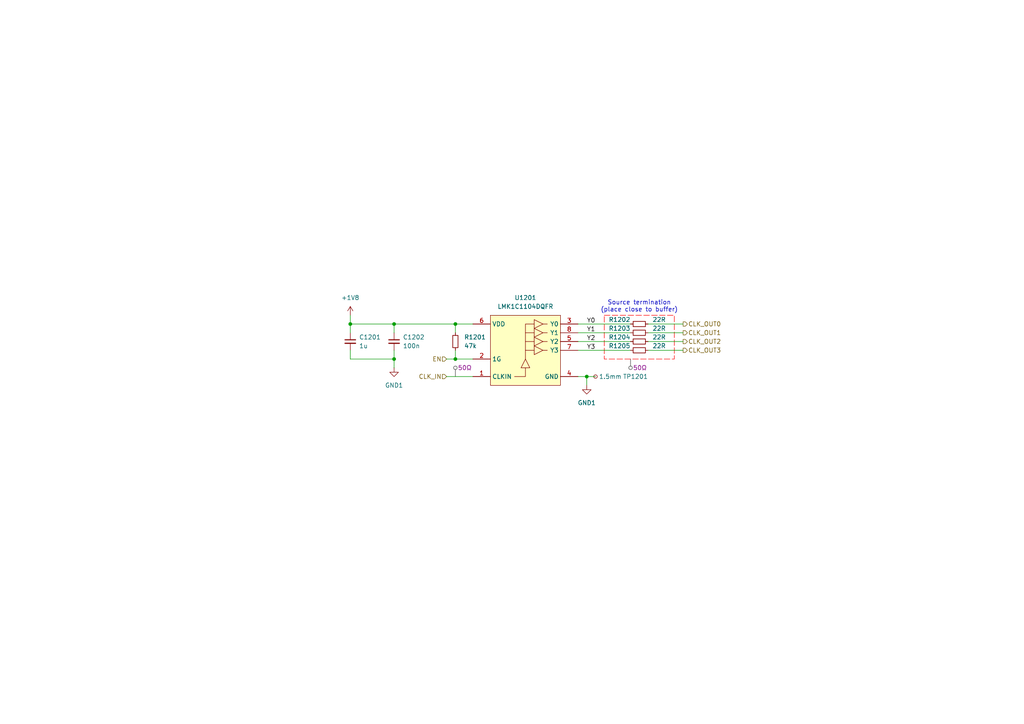
<source format=kicad_sch>
(kicad_sch
	(version 20250114)
	(generator "eeschema")
	(generator_version "9.0")
	(uuid "5c0d76ea-b8c5-46d9-b1c5-59d89f580f1a")
	(paper "A4")
	(title_block
		(title "Clock Buffer")
		(date "2025-06-30")
		(comment 4 "Receives a 25MHz clock from the switch and distributes it to the 3 1000BASE-T1 PHYs.")
	)
	(lib_symbols
		(symbol "CLK-BUF:LMK1C1104DQFR"
			(exclude_from_sim no)
			(in_bom yes)
			(on_board yes)
			(property "Reference" "U"
				(at 0 5.08 0)
				(effects
					(font
						(size 1.27 1.27)
					)
				)
			)
			(property "Value" "LMK1C1104DQFR"
				(at 0 2.54 0)
				(effects
					(font
						(size 1.27 1.27)
					)
				)
			)
			(property "Footprint" "project_footprints:SON50P200X200X80-8N"
				(at 24.13 -94.92 0)
				(effects
					(font
						(size 1.27 1.27)
					)
					(justify left top)
					(hide yes)
				)
			)
			(property "Datasheet" "https://www.ti.com/lit/ds/symlink/lmk1c1104.pdf?ts=1625794058723&ref_url=https%253A%252F%252Fwww.ti.com%252Fproduct%252FLMK1C1104"
				(at 24.13 -194.92 0)
				(effects
					(font
						(size 1.27 1.27)
					)
					(justify left top)
					(hide yes)
				)
			)
			(property "Description" "Clock Buffer 4-channel output LVC MOS 1.8-V buffer"
				(at 0 -22.86 0)
				(effects
					(font
						(size 1.27 1.27)
					)
					(hide yes)
				)
			)
			(property "Height" "0.8"
				(at 24.13 -394.92 0)
				(effects
					(font
						(size 1.27 1.27)
					)
					(justify left top)
					(hide yes)
				)
			)
			(property "Mouser Part Number" "595-LMK1C1104DQFR"
				(at 24.13 -494.92 0)
				(effects
					(font
						(size 1.27 1.27)
					)
					(justify left top)
					(hide yes)
				)
			)
			(property "Mouser Price/Stock" "https://www.mouser.co.uk/ProductDetail/Texas-Instruments/LMK1C1104DQFR?qs=QNEnbhJQKvYdwt0bSAj%252Blw%3D%3D"
				(at 24.13 -594.92 0)
				(effects
					(font
						(size 1.27 1.27)
					)
					(justify left top)
					(hide yes)
				)
			)
			(property "Manufacturer_Name" "Texas Instruments"
				(at 24.13 -694.92 0)
				(effects
					(font
						(size 1.27 1.27)
					)
					(justify left top)
					(hide yes)
				)
			)
			(property "Manufacturer_Part_Number" "LMK1C1104DQFR"
				(at 24.13 -794.92 0)
				(effects
					(font
						(size 1.27 1.27)
					)
					(justify left top)
					(hide yes)
				)
			)
			(symbol "LMK1C1104DQFR_1_1"
				(rectangle
					(start -10.16 0)
					(end 10.16 -20.32)
					(stroke
						(width 0)
						(type solid)
					)
					(fill
						(type background)
					)
				)
				(polyline
					(pts
						(xy -3.175 -17.78) (xy 0 -17.78) (xy 0 -15.24)
					)
					(stroke
						(width 0)
						(type default)
					)
					(fill
						(type none)
					)
				)
				(polyline
					(pts
						(xy -1.27 -15.24) (xy 0 -12.7) (xy 1.27 -15.24) (xy -1.27 -15.24)
					)
					(stroke
						(width 0)
						(type default)
					)
					(fill
						(type none)
					)
				)
				(polyline
					(pts
						(xy 0 -12.7) (xy 0 -2.54) (xy 2.54 -2.54)
					)
					(stroke
						(width 0)
						(type default)
					)
					(fill
						(type none)
					)
				)
				(polyline
					(pts
						(xy 2.54 -1.27) (xy 5.08 -2.54) (xy 2.54 -3.81) (xy 2.54 -1.27)
					)
					(stroke
						(width 0)
						(type default)
					)
					(fill
						(type none)
					)
				)
				(polyline
					(pts
						(xy 2.54 -3.81) (xy 5.08 -5.08) (xy 2.54 -6.35) (xy 2.54 -3.81)
					)
					(stroke
						(width 0)
						(type default)
					)
					(fill
						(type none)
					)
				)
				(polyline
					(pts
						(xy 2.54 -5.08) (xy 0 -5.08)
					)
					(stroke
						(width 0)
						(type default)
					)
					(fill
						(type none)
					)
				)
				(polyline
					(pts
						(xy 2.54 -6.35) (xy 5.08 -7.62) (xy 2.54 -8.89) (xy 2.54 -6.35)
					)
					(stroke
						(width 0)
						(type default)
					)
					(fill
						(type none)
					)
				)
				(polyline
					(pts
						(xy 2.54 -7.62) (xy 0 -7.62)
					)
					(stroke
						(width 0)
						(type default)
					)
					(fill
						(type none)
					)
				)
				(polyline
					(pts
						(xy 2.54 -8.89) (xy 5.08 -10.16) (xy 2.54 -11.43) (xy 2.54 -8.89)
					)
					(stroke
						(width 0)
						(type default)
					)
					(fill
						(type none)
					)
				)
				(polyline
					(pts
						(xy 2.54 -10.16) (xy 0 -10.16)
					)
					(stroke
						(width 0)
						(type default)
					)
					(fill
						(type none)
					)
				)
				(polyline
					(pts
						(xy 5.08 -2.54) (xy 6.35 -2.54)
					)
					(stroke
						(width 0)
						(type default)
					)
					(fill
						(type none)
					)
				)
				(polyline
					(pts
						(xy 5.08 -7.62) (xy 6.35 -7.62)
					)
					(stroke
						(width 0)
						(type default)
					)
					(fill
						(type none)
					)
				)
				(polyline
					(pts
						(xy 5.08 -10.16) (xy 6.35 -10.16)
					)
					(stroke
						(width 0)
						(type default)
					)
					(fill
						(type none)
					)
				)
				(polyline
					(pts
						(xy 6.35 -5.08) (xy 5.08 -5.08)
					)
					(stroke
						(width 0)
						(type default)
					)
					(fill
						(type none)
					)
				)
				(pin power_in line
					(at -15.24 -2.54 0)
					(length 5.08)
					(name "VDD"
						(effects
							(font
								(size 1.27 1.27)
							)
						)
					)
					(number "6"
						(effects
							(font
								(size 1.27 1.27)
							)
						)
					)
				)
				(pin input line
					(at -15.24 -12.7 0)
					(length 5.08)
					(name "1G"
						(effects
							(font
								(size 1.27 1.27)
							)
						)
					)
					(number "2"
						(effects
							(font
								(size 1.27 1.27)
							)
						)
					)
				)
				(pin input line
					(at -15.24 -17.78 0)
					(length 5.08)
					(name "CLKIN"
						(effects
							(font
								(size 1.27 1.27)
							)
						)
					)
					(number "1"
						(effects
							(font
								(size 1.27 1.27)
							)
						)
					)
				)
				(pin output line
					(at 15.24 -2.54 180)
					(length 5.08)
					(name "Y0"
						(effects
							(font
								(size 1.27 1.27)
							)
						)
					)
					(number "3"
						(effects
							(font
								(size 1.27 1.27)
							)
						)
					)
				)
				(pin output line
					(at 15.24 -5.08 180)
					(length 5.08)
					(name "Y1"
						(effects
							(font
								(size 1.27 1.27)
							)
						)
					)
					(number "8"
						(effects
							(font
								(size 1.27 1.27)
							)
						)
					)
				)
				(pin output line
					(at 15.24 -7.62 180)
					(length 5.08)
					(name "Y2"
						(effects
							(font
								(size 1.27 1.27)
							)
						)
					)
					(number "5"
						(effects
							(font
								(size 1.27 1.27)
							)
						)
					)
				)
				(pin output line
					(at 15.24 -10.16 180)
					(length 5.08)
					(name "Y3"
						(effects
							(font
								(size 1.27 1.27)
							)
						)
					)
					(number "7"
						(effects
							(font
								(size 1.27 1.27)
							)
						)
					)
				)
				(pin passive line
					(at 15.24 -17.78 180)
					(length 5.08)
					(name "GND"
						(effects
							(font
								(size 1.27 1.27)
							)
						)
					)
					(number "4"
						(effects
							(font
								(size 1.27 1.27)
							)
						)
					)
				)
			)
			(embedded_fonts no)
		)
		(symbol "Connector:TestPoint_Small"
			(pin_numbers
				(hide yes)
			)
			(pin_names
				(offset 0.762)
				(hide yes)
			)
			(exclude_from_sim no)
			(in_bom yes)
			(on_board yes)
			(property "Reference" "TP"
				(at 0 3.81 0)
				(effects
					(font
						(size 1.27 1.27)
					)
				)
			)
			(property "Value" "TestPoint_Small"
				(at 0 2.032 0)
				(effects
					(font
						(size 1.27 1.27)
					)
				)
			)
			(property "Footprint" ""
				(at 5.08 0 0)
				(effects
					(font
						(size 1.27 1.27)
					)
					(hide yes)
				)
			)
			(property "Datasheet" "~"
				(at 5.08 0 0)
				(effects
					(font
						(size 1.27 1.27)
					)
					(hide yes)
				)
			)
			(property "Description" "test point"
				(at 0 0 0)
				(effects
					(font
						(size 1.27 1.27)
					)
					(hide yes)
				)
			)
			(property "ki_keywords" "test point tp"
				(at 0 0 0)
				(effects
					(font
						(size 1.27 1.27)
					)
					(hide yes)
				)
			)
			(property "ki_fp_filters" "Pin* Test*"
				(at 0 0 0)
				(effects
					(font
						(size 1.27 1.27)
					)
					(hide yes)
				)
			)
			(symbol "TestPoint_Small_0_1"
				(circle
					(center 0 0)
					(radius 0.508)
					(stroke
						(width 0)
						(type default)
					)
					(fill
						(type none)
					)
				)
			)
			(symbol "TestPoint_Small_1_1"
				(pin passive line
					(at 0 0 90)
					(length 0)
					(name "1"
						(effects
							(font
								(size 1.27 1.27)
							)
						)
					)
					(number "1"
						(effects
							(font
								(size 1.27 1.27)
							)
						)
					)
				)
			)
			(embedded_fonts no)
		)
		(symbol "Device:C_Small"
			(pin_numbers
				(hide yes)
			)
			(pin_names
				(offset 0.254)
				(hide yes)
			)
			(exclude_from_sim no)
			(in_bom yes)
			(on_board yes)
			(property "Reference" "C"
				(at 0.254 1.778 0)
				(effects
					(font
						(size 1.27 1.27)
					)
					(justify left)
				)
			)
			(property "Value" "C_Small"
				(at 0.254 -2.032 0)
				(effects
					(font
						(size 1.27 1.27)
					)
					(justify left)
				)
			)
			(property "Footprint" ""
				(at 0 0 0)
				(effects
					(font
						(size 1.27 1.27)
					)
					(hide yes)
				)
			)
			(property "Datasheet" "~"
				(at 0 0 0)
				(effects
					(font
						(size 1.27 1.27)
					)
					(hide yes)
				)
			)
			(property "Description" "Unpolarized capacitor, small symbol"
				(at 0 0 0)
				(effects
					(font
						(size 1.27 1.27)
					)
					(hide yes)
				)
			)
			(property "ki_keywords" "capacitor cap"
				(at 0 0 0)
				(effects
					(font
						(size 1.27 1.27)
					)
					(hide yes)
				)
			)
			(property "ki_fp_filters" "C_*"
				(at 0 0 0)
				(effects
					(font
						(size 1.27 1.27)
					)
					(hide yes)
				)
			)
			(symbol "C_Small_0_1"
				(polyline
					(pts
						(xy -1.524 0.508) (xy 1.524 0.508)
					)
					(stroke
						(width 0.3048)
						(type default)
					)
					(fill
						(type none)
					)
				)
				(polyline
					(pts
						(xy -1.524 -0.508) (xy 1.524 -0.508)
					)
					(stroke
						(width 0.3302)
						(type default)
					)
					(fill
						(type none)
					)
				)
			)
			(symbol "C_Small_1_1"
				(pin passive line
					(at 0 2.54 270)
					(length 2.032)
					(name "~"
						(effects
							(font
								(size 1.27 1.27)
							)
						)
					)
					(number "1"
						(effects
							(font
								(size 1.27 1.27)
							)
						)
					)
				)
				(pin passive line
					(at 0 -2.54 90)
					(length 2.032)
					(name "~"
						(effects
							(font
								(size 1.27 1.27)
							)
						)
					)
					(number "2"
						(effects
							(font
								(size 1.27 1.27)
							)
						)
					)
				)
			)
			(embedded_fonts no)
		)
		(symbol "Device:R_Small"
			(pin_numbers
				(hide yes)
			)
			(pin_names
				(offset 0.254)
				(hide yes)
			)
			(exclude_from_sim no)
			(in_bom yes)
			(on_board yes)
			(property "Reference" "R"
				(at 0 0 90)
				(effects
					(font
						(size 1.016 1.016)
					)
				)
			)
			(property "Value" "R_Small"
				(at 1.778 0 90)
				(effects
					(font
						(size 1.27 1.27)
					)
				)
			)
			(property "Footprint" ""
				(at 0 0 0)
				(effects
					(font
						(size 1.27 1.27)
					)
					(hide yes)
				)
			)
			(property "Datasheet" "~"
				(at 0 0 0)
				(effects
					(font
						(size 1.27 1.27)
					)
					(hide yes)
				)
			)
			(property "Description" "Resistor, small symbol"
				(at 0 0 0)
				(effects
					(font
						(size 1.27 1.27)
					)
					(hide yes)
				)
			)
			(property "ki_keywords" "R resistor"
				(at 0 0 0)
				(effects
					(font
						(size 1.27 1.27)
					)
					(hide yes)
				)
			)
			(property "ki_fp_filters" "R_*"
				(at 0 0 0)
				(effects
					(font
						(size 1.27 1.27)
					)
					(hide yes)
				)
			)
			(symbol "R_Small_0_1"
				(rectangle
					(start -0.762 1.778)
					(end 0.762 -1.778)
					(stroke
						(width 0.2032)
						(type default)
					)
					(fill
						(type none)
					)
				)
			)
			(symbol "R_Small_1_1"
				(pin passive line
					(at 0 2.54 270)
					(length 0.762)
					(name "~"
						(effects
							(font
								(size 1.27 1.27)
							)
						)
					)
					(number "1"
						(effects
							(font
								(size 1.27 1.27)
							)
						)
					)
				)
				(pin passive line
					(at 0 -2.54 90)
					(length 0.762)
					(name "~"
						(effects
							(font
								(size 1.27 1.27)
							)
						)
					)
					(number "2"
						(effects
							(font
								(size 1.27 1.27)
							)
						)
					)
				)
			)
			(embedded_fonts no)
		)
		(symbol "power:+1V8"
			(power)
			(pin_numbers
				(hide yes)
			)
			(pin_names
				(offset 0)
				(hide yes)
			)
			(exclude_from_sim no)
			(in_bom yes)
			(on_board yes)
			(property "Reference" "#PWR"
				(at 0 -3.81 0)
				(effects
					(font
						(size 1.27 1.27)
					)
					(hide yes)
				)
			)
			(property "Value" "+1V8"
				(at 0 3.556 0)
				(effects
					(font
						(size 1.27 1.27)
					)
				)
			)
			(property "Footprint" ""
				(at 0 0 0)
				(effects
					(font
						(size 1.27 1.27)
					)
					(hide yes)
				)
			)
			(property "Datasheet" ""
				(at 0 0 0)
				(effects
					(font
						(size 1.27 1.27)
					)
					(hide yes)
				)
			)
			(property "Description" "Power symbol creates a global label with name \"+1V8\""
				(at 0 0 0)
				(effects
					(font
						(size 1.27 1.27)
					)
					(hide yes)
				)
			)
			(property "ki_keywords" "global power"
				(at 0 0 0)
				(effects
					(font
						(size 1.27 1.27)
					)
					(hide yes)
				)
			)
			(symbol "+1V8_0_1"
				(polyline
					(pts
						(xy -0.762 1.27) (xy 0 2.54)
					)
					(stroke
						(width 0)
						(type default)
					)
					(fill
						(type none)
					)
				)
				(polyline
					(pts
						(xy 0 2.54) (xy 0.762 1.27)
					)
					(stroke
						(width 0)
						(type default)
					)
					(fill
						(type none)
					)
				)
				(polyline
					(pts
						(xy 0 0) (xy 0 2.54)
					)
					(stroke
						(width 0)
						(type default)
					)
					(fill
						(type none)
					)
				)
			)
			(symbol "+1V8_1_1"
				(pin power_in line
					(at 0 0 90)
					(length 0)
					(name "~"
						(effects
							(font
								(size 1.27 1.27)
							)
						)
					)
					(number "1"
						(effects
							(font
								(size 1.27 1.27)
							)
						)
					)
				)
			)
			(embedded_fonts no)
		)
		(symbol "power:GND1"
			(power)
			(pin_numbers
				(hide yes)
			)
			(pin_names
				(offset 0)
				(hide yes)
			)
			(exclude_from_sim no)
			(in_bom yes)
			(on_board yes)
			(property "Reference" "#PWR"
				(at 0 -6.35 0)
				(effects
					(font
						(size 1.27 1.27)
					)
					(hide yes)
				)
			)
			(property "Value" "GND1"
				(at 0 -3.81 0)
				(effects
					(font
						(size 1.27 1.27)
					)
				)
			)
			(property "Footprint" ""
				(at 0 0 0)
				(effects
					(font
						(size 1.27 1.27)
					)
					(hide yes)
				)
			)
			(property "Datasheet" ""
				(at 0 0 0)
				(effects
					(font
						(size 1.27 1.27)
					)
					(hide yes)
				)
			)
			(property "Description" "Power symbol creates a global label with name \"GND1\" , ground"
				(at 0 0 0)
				(effects
					(font
						(size 1.27 1.27)
					)
					(hide yes)
				)
			)
			(property "ki_keywords" "global power"
				(at 0 0 0)
				(effects
					(font
						(size 1.27 1.27)
					)
					(hide yes)
				)
			)
			(symbol "GND1_0_1"
				(polyline
					(pts
						(xy 0 0) (xy 0 -1.27) (xy 1.27 -1.27) (xy 0 -2.54) (xy -1.27 -1.27) (xy 0 -1.27)
					)
					(stroke
						(width 0)
						(type default)
					)
					(fill
						(type none)
					)
				)
			)
			(symbol "GND1_1_1"
				(pin power_in line
					(at 0 0 270)
					(length 0)
					(name "~"
						(effects
							(font
								(size 1.27 1.27)
							)
						)
					)
					(number "1"
						(effects
							(font
								(size 1.27 1.27)
							)
						)
					)
				)
			)
			(embedded_fonts no)
		)
	)
	(text "Source termination\n(place close to buffer)"
		(exclude_from_sim no)
		(at 185.42 88.9 0)
		(effects
			(font
				(size 1.27 1.27)
			)
		)
		(uuid "2f8a18a1-4e92-4e4c-8806-847eca18081a")
	)
	(junction
		(at 132.08 104.14)
		(diameter 0)
		(color 0 0 0 0)
		(uuid "3a82ee20-f676-4d69-9fc0-e06954e40a53")
	)
	(junction
		(at 114.3 93.98)
		(diameter 0)
		(color 0 0 0 0)
		(uuid "45862594-3bd0-4130-b3fb-f13e82070255")
	)
	(junction
		(at 101.6 93.98)
		(diameter 0)
		(color 0 0 0 0)
		(uuid "4a0afb8a-d043-4fe3-b8ff-8fb750c9044e")
	)
	(junction
		(at 170.18 109.22)
		(diameter 0)
		(color 0 0 0 0)
		(uuid "54c2e460-a67d-4d35-956d-c1ad8fd6b354")
	)
	(junction
		(at 114.3 104.14)
		(diameter 0)
		(color 0 0 0 0)
		(uuid "d5259209-0243-43ff-9361-3ca05d738973")
	)
	(junction
		(at 132.08 93.98)
		(diameter 0)
		(color 0 0 0 0)
		(uuid "e2c87f0a-ad0a-48a6-b368-9ea29b90f8ff")
	)
	(wire
		(pts
			(xy 187.96 99.06) (xy 198.12 99.06)
		)
		(stroke
			(width 0)
			(type default)
		)
		(uuid "0d55f7a9-67bd-4999-af68-5a09ef74d25d")
	)
	(wire
		(pts
			(xy 167.64 99.06) (xy 182.88 99.06)
		)
		(stroke
			(width 0)
			(type default)
		)
		(uuid "109b1f92-d6ae-43ff-8e51-7a0d77327769")
	)
	(wire
		(pts
			(xy 129.54 109.22) (xy 137.16 109.22)
		)
		(stroke
			(width 0)
			(type default)
		)
		(uuid "1174c4dd-e443-4be9-b478-43e18b744e5b")
	)
	(wire
		(pts
			(xy 132.08 96.52) (xy 132.08 93.98)
		)
		(stroke
			(width 0)
			(type default)
		)
		(uuid "2982e4e0-e0ad-48de-a8bf-8234252e86a2")
	)
	(wire
		(pts
			(xy 101.6 104.14) (xy 101.6 101.6)
		)
		(stroke
			(width 0)
			(type default)
		)
		(uuid "320b4381-616a-4397-adc3-41c79cc4d4b6")
	)
	(wire
		(pts
			(xy 187.96 96.52) (xy 198.12 96.52)
		)
		(stroke
			(width 0)
			(type default)
		)
		(uuid "39a21e57-5103-4e3f-8d12-99e22e1420fc")
	)
	(wire
		(pts
			(xy 132.08 101.6) (xy 132.08 104.14)
		)
		(stroke
			(width 0)
			(type default)
		)
		(uuid "3c2d11d0-f265-4422-aedf-b58caab30dbd")
	)
	(wire
		(pts
			(xy 101.6 93.98) (xy 114.3 93.98)
		)
		(stroke
			(width 0)
			(type default)
		)
		(uuid "4cbb25e7-e47d-4415-b4d2-1bf1bd29dc2c")
	)
	(wire
		(pts
			(xy 114.3 96.52) (xy 114.3 93.98)
		)
		(stroke
			(width 0)
			(type default)
		)
		(uuid "569cfd42-aec2-4a87-806b-151dc1a0e366")
	)
	(wire
		(pts
			(xy 114.3 104.14) (xy 114.3 106.68)
		)
		(stroke
			(width 0)
			(type default)
		)
		(uuid "63c985d8-7036-4f1b-9a81-077fe2d784e4")
	)
	(wire
		(pts
			(xy 167.64 93.98) (xy 182.88 93.98)
		)
		(stroke
			(width 0)
			(type default)
		)
		(uuid "6e00a916-f824-4c89-85c4-7af5e9e9e8c6")
	)
	(wire
		(pts
			(xy 167.64 96.52) (xy 182.88 96.52)
		)
		(stroke
			(width 0)
			(type default)
		)
		(uuid "7ef598c2-8a1c-4f2a-8649-c656f86e1780")
	)
	(wire
		(pts
			(xy 170.18 109.22) (xy 170.18 111.76)
		)
		(stroke
			(width 0)
			(type default)
		)
		(uuid "8423e8d7-e947-4116-afce-142e091113a6")
	)
	(wire
		(pts
			(xy 167.64 109.22) (xy 170.18 109.22)
		)
		(stroke
			(width 0)
			(type default)
		)
		(uuid "91c9a54c-dff4-4497-ac8d-f1a5a74e711d")
	)
	(wire
		(pts
			(xy 101.6 91.44) (xy 101.6 93.98)
		)
		(stroke
			(width 0)
			(type default)
		)
		(uuid "9c05c8e5-c575-4fc8-a080-91fabc72d43e")
	)
	(wire
		(pts
			(xy 187.96 101.6) (xy 198.12 101.6)
		)
		(stroke
			(width 0)
			(type default)
		)
		(uuid "9f8bec7c-557f-442c-9c37-156e02d16a9f")
	)
	(wire
		(pts
			(xy 101.6 104.14) (xy 114.3 104.14)
		)
		(stroke
			(width 0)
			(type default)
		)
		(uuid "a0856cbc-bdfa-4019-b186-c4a8642c2e1c")
	)
	(wire
		(pts
			(xy 129.54 104.14) (xy 132.08 104.14)
		)
		(stroke
			(width 0)
			(type default)
		)
		(uuid "a2f1f4f0-21c3-44c9-ab1b-1a8be3ab2325")
	)
	(wire
		(pts
			(xy 187.96 93.98) (xy 198.12 93.98)
		)
		(stroke
			(width 0)
			(type default)
		)
		(uuid "bb1ac102-acc9-4353-908d-00c1494c4a71")
	)
	(wire
		(pts
			(xy 132.08 93.98) (xy 137.16 93.98)
		)
		(stroke
			(width 0)
			(type default)
		)
		(uuid "bf888336-959a-4262-8bb0-3b3fe6b3102e")
	)
	(wire
		(pts
			(xy 170.18 109.22) (xy 172.72 109.22)
		)
		(stroke
			(width 0)
			(type default)
		)
		(uuid "c0798a19-45c9-4fd5-89e8-67f518c884bb")
	)
	(wire
		(pts
			(xy 132.08 104.14) (xy 137.16 104.14)
		)
		(stroke
			(width 0)
			(type default)
		)
		(uuid "c2733101-591e-4453-8728-26adb8d045e0")
	)
	(wire
		(pts
			(xy 167.64 101.6) (xy 182.88 101.6)
		)
		(stroke
			(width 0)
			(type default)
		)
		(uuid "d6124e17-8271-4a7c-883c-0241fb3bb615")
	)
	(wire
		(pts
			(xy 101.6 96.52) (xy 101.6 93.98)
		)
		(stroke
			(width 0)
			(type default)
		)
		(uuid "eb14e00e-8a10-41b4-b00c-b1b7204808a1")
	)
	(wire
		(pts
			(xy 114.3 93.98) (xy 132.08 93.98)
		)
		(stroke
			(width 0)
			(type default)
		)
		(uuid "f27b6270-3ac5-4587-96e7-b61cdec18270")
	)
	(wire
		(pts
			(xy 114.3 104.14) (xy 114.3 101.6)
		)
		(stroke
			(width 0)
			(type default)
		)
		(uuid "fb294ef2-4d10-48b8-8667-6b2d473fa471")
	)
	(label "Y1"
		(at 170.18 96.52 0)
		(effects
			(font
				(size 1.27 1.27)
			)
			(justify left bottom)
		)
		(uuid "3d44ddc4-b8d0-48ee-876f-8649b64c230e")
	)
	(label "Y2"
		(at 170.18 99.06 0)
		(effects
			(font
				(size 1.27 1.27)
			)
			(justify left bottom)
		)
		(uuid "65b59bf0-8353-4217-8586-b2f1d052fdf1")
	)
	(label "Y3"
		(at 170.18 101.6 0)
		(effects
			(font
				(size 1.27 1.27)
			)
			(justify left bottom)
		)
		(uuid "a75cc509-456a-4881-9df7-85d021a7c0f0")
	)
	(label "Y0"
		(at 170.18 93.98 0)
		(effects
			(font
				(size 1.27 1.27)
			)
			(justify left bottom)
		)
		(uuid "d376b87e-512d-4504-b3ee-bc3f0cb25ddc")
	)
	(hierarchical_label "CLK_OUT3"
		(shape output)
		(at 198.12 101.6 0)
		(effects
			(font
				(size 1.27 1.27)
			)
			(justify left)
		)
		(uuid "4b74fe04-dd20-4b42-9319-782cd1ad1edc")
	)
	(hierarchical_label "CLK_IN"
		(shape input)
		(at 129.54 109.22 180)
		(effects
			(font
				(size 1.27 1.27)
			)
			(justify right)
		)
		(uuid "5acb6016-9fec-4e62-bbe4-060b15551583")
	)
	(hierarchical_label "CLK_OUT2"
		(shape output)
		(at 198.12 99.06 0)
		(effects
			(font
				(size 1.27 1.27)
			)
			(justify left)
		)
		(uuid "5e96972b-8a6e-49e6-9e94-0b60f254384d")
	)
	(hierarchical_label "CLK_OUT1"
		(shape output)
		(at 198.12 96.52 0)
		(effects
			(font
				(size 1.27 1.27)
			)
			(justify left)
		)
		(uuid "dcce05d6-283b-4271-b905-3e85470f2d0f")
	)
	(hierarchical_label "CLK_OUT0"
		(shape output)
		(at 198.12 93.98 0)
		(effects
			(font
				(size 1.27 1.27)
			)
			(justify left)
		)
		(uuid "f9cd1291-ebf0-4b76-b710-13d6b222d110")
	)
	(hierarchical_label "EN"
		(shape input)
		(at 129.54 104.14 180)
		(effects
			(font
				(size 1.27 1.27)
			)
			(justify right)
		)
		(uuid "fe7bd543-b207-444a-ad01-16c3bd55729d")
	)
	(rule_area
		(polyline
			(pts
				(xy 175.26 91.44) (xy 195.58 91.44) (xy 195.58 104.14) (xy 175.26 104.14)
			)
			(stroke
				(width 0)
				(type dash)
			)
			(fill
				(type none)
			)
			(uuid a4b0e75c-fc22-43c3-a391-b9b0becb55c0)
		)
	)
	(netclass_flag ""
		(length 2.54)
		(shape round)
		(at 182.88 104.14 180)
		(fields_autoplaced yes)
		(effects
			(font
				(size 1.27 1.27)
			)
			(justify right bottom)
		)
		(uuid "b6b05b5a-c6e8-4ea6-b3dc-61199a10792f")
		(property "Netclass" "50Ω"
			(at 183.5785 106.68 0)
			(effects
				(font
					(size 1.27 1.27)
				)
				(justify left)
			)
		)
		(property "Component Class" ""
			(at 2.54 17.78 0)
			(effects
				(font
					(size 1.27 1.27)
					(italic yes)
				)
			)
		)
	)
	(netclass_flag ""
		(length 2.54)
		(shape round)
		(at 132.08 109.22 0)
		(fields_autoplaced yes)
		(effects
			(font
				(size 1.27 1.27)
			)
			(justify left bottom)
		)
		(uuid "e529c361-9cea-417b-b24d-2f7ccc65ebbe")
		(property "Netclass" "50Ω"
			(at 132.7785 106.68 0)
			(effects
				(font
					(size 1.27 1.27)
				)
				(justify left)
			)
		)
		(property "Component Class" ""
			(at -48.26 22.86 0)
			(effects
				(font
					(size 1.27 1.27)
					(italic yes)
				)
			)
		)
	)
	(symbol
		(lib_id "Connector:TestPoint_Small")
		(at 172.72 109.22 0)
		(unit 1)
		(exclude_from_sim no)
		(in_bom no)
		(on_board yes)
		(dnp no)
		(uuid "12fa99bc-73a5-4b11-9ee8-051b4652c771")
		(property "Reference" "TP2901"
			(at 187.96 109.22 0)
			(effects
				(font
					(size 1.27 1.27)
				)
				(justify right)
			)
		)
		(property "Value" "1.5mm"
			(at 180.34 109.22 0)
			(effects
				(font
					(size 1.27 1.27)
				)
				(justify right)
			)
		)
		(property "Footprint" "TestPoint:TestPoint_Pad_D1.5mm"
			(at 177.8 109.22 0)
			(effects
				(font
					(size 1.27 1.27)
				)
				(hide yes)
			)
		)
		(property "Datasheet" "~"
			(at 177.8 109.22 0)
			(effects
				(font
					(size 1.27 1.27)
				)
				(hide yes)
			)
		)
		(property "Description" "test point"
			(at 172.72 109.22 0)
			(effects
				(font
					(size 1.27 1.27)
				)
				(hide yes)
			)
		)
		(pin "1"
			(uuid "341cc4c1-114f-4a8b-85a3-14be825fc5e8")
		)
		(instances
			(project "switch_main_v5"
				(path "/a5e57332-4284-4d3c-ab3c-13bc0ddb29b6/71322af8-b569-498c-a6bf-684e9909732c/a8fe0ba8-b194-4579-9390-0b8013d69d90"
					(reference "TP1201")
					(unit 1)
				)
				(path "/a5e57332-4284-4d3c-ab3c-13bc0ddb29b6/71322af8-b569-498c-a6bf-684e9909732c/e2ad5865-7113-484c-96c1-cb62e9064ef3"
					(reference "TP2901")
					(unit 1)
				)
			)
		)
	)
	(symbol
		(lib_id "power:+1V8")
		(at 101.6 91.44 0)
		(unit 1)
		(exclude_from_sim no)
		(in_bom yes)
		(on_board yes)
		(dnp no)
		(fields_autoplaced yes)
		(uuid "1a4c1ead-b211-4807-a87e-ef4d664a63c9")
		(property "Reference" "#PWR02902"
			(at 101.6 95.25 0)
			(effects
				(font
					(size 1.27 1.27)
				)
				(hide yes)
			)
		)
		(property "Value" "+1V8"
			(at 101.6 86.36 0)
			(effects
				(font
					(size 1.27 1.27)
				)
			)
		)
		(property "Footprint" ""
			(at 101.6 91.44 0)
			(effects
				(font
					(size 1.27 1.27)
				)
				(hide yes)
			)
		)
		(property "Datasheet" ""
			(at 101.6 91.44 0)
			(effects
				(font
					(size 1.27 1.27)
				)
				(hide yes)
			)
		)
		(property "Description" "Power symbol creates a global label with name \"+1V8\""
			(at 101.6 91.44 0)
			(effects
				(font
					(size 1.27 1.27)
				)
				(hide yes)
			)
		)
		(pin "1"
			(uuid "2b693988-d851-406d-85b8-3a5f49079762")
		)
		(instances
			(project "switch_main_v5"
				(path "/a5e57332-4284-4d3c-ab3c-13bc0ddb29b6/71322af8-b569-498c-a6bf-684e9909732c/a8fe0ba8-b194-4579-9390-0b8013d69d90"
					(reference "#PWR01201")
					(unit 1)
				)
				(path "/a5e57332-4284-4d3c-ab3c-13bc0ddb29b6/71322af8-b569-498c-a6bf-684e9909732c/e2ad5865-7113-484c-96c1-cb62e9064ef3"
					(reference "#PWR02902")
					(unit 1)
				)
			)
		)
	)
	(symbol
		(lib_id "Device:R_Small")
		(at 185.42 101.6 90)
		(mirror x)
		(unit 1)
		(exclude_from_sim no)
		(in_bom yes)
		(on_board yes)
		(dnp no)
		(uuid "303f85ba-18ca-4743-a72e-be15297d167d")
		(property "Reference" "R2905"
			(at 176.53 100.33 90)
			(effects
				(font
					(size 1.27 1.27)
				)
				(justify right)
			)
		)
		(property "Value" "22R"
			(at 189.23 100.33 90)
			(effects
				(font
					(size 1.27 1.27)
				)
				(justify right)
			)
		)
		(property "Footprint" "Resistor_SMD:R_0402_1005Metric"
			(at 185.42 101.6 0)
			(effects
				(font
					(size 1.27 1.27)
				)
				(hide yes)
			)
		)
		(property "Datasheet" "~"
			(at 185.42 101.6 0)
			(effects
				(font
					(size 1.27 1.27)
				)
				(hide yes)
			)
		)
		(property "Description" "Resistor, small symbol"
			(at 185.42 101.6 0)
			(effects
				(font
					(size 1.27 1.27)
				)
				(hide yes)
			)
		)
		(pin "2"
			(uuid "5ccd2828-b468-408f-a741-785bc76a1912")
		)
		(pin "1"
			(uuid "cffff6bb-3921-4550-8791-43e589c15705")
		)
		(instances
			(project "switch_main_v5"
				(path "/a5e57332-4284-4d3c-ab3c-13bc0ddb29b6/71322af8-b569-498c-a6bf-684e9909732c/a8fe0ba8-b194-4579-9390-0b8013d69d90"
					(reference "R1205")
					(unit 1)
				)
				(path "/a5e57332-4284-4d3c-ab3c-13bc0ddb29b6/71322af8-b569-498c-a6bf-684e9909732c/e2ad5865-7113-484c-96c1-cb62e9064ef3"
					(reference "R2905")
					(unit 1)
				)
			)
		)
	)
	(symbol
		(lib_id "CLK-BUF:LMK1C1104DQFR")
		(at 152.4 91.44 0)
		(unit 1)
		(exclude_from_sim no)
		(in_bom yes)
		(on_board yes)
		(dnp no)
		(fields_autoplaced yes)
		(uuid "398db274-25d4-4a26-ad5d-e1f7c6f00dce")
		(property "Reference" "U2901"
			(at 152.4 86.36 0)
			(effects
				(font
					(size 1.27 1.27)
				)
			)
		)
		(property "Value" "LMK1C1104DQFR"
			(at 152.4 88.9 0)
			(effects
				(font
					(size 1.27 1.27)
				)
			)
		)
		(property "Footprint" "project_footprints:SON50P200X200X80-8N"
			(at 176.53 186.36 0)
			(effects
				(font
					(size 1.27 1.27)
				)
				(justify left top)
				(hide yes)
			)
		)
		(property "Datasheet" "https://www.ti.com/lit/ds/symlink/lmk1c1104.pdf?ts=1625794058723&ref_url=https%253A%252F%252Fwww.ti.com%252Fproduct%252FLMK1C1104"
			(at 176.53 286.36 0)
			(effects
				(font
					(size 1.27 1.27)
				)
				(justify left top)
				(hide yes)
			)
		)
		(property "Description" "Clock Buffer 4-channel output LVC MOS 1.8-V buffer"
			(at 152.4 114.3 0)
			(effects
				(font
					(size 1.27 1.27)
				)
				(hide yes)
			)
		)
		(property "Height" "0.8"
			(at 176.53 486.36 0)
			(effects
				(font
					(size 1.27 1.27)
				)
				(justify left top)
				(hide yes)
			)
		)
		(property "Mouser Part Number" "595-LMK1C1104DQFR"
			(at 176.53 586.36 0)
			(effects
				(font
					(size 1.27 1.27)
				)
				(justify left top)
				(hide yes)
			)
		)
		(property "Mouser Price/Stock" "https://www.mouser.co.uk/ProductDetail/Texas-Instruments/LMK1C1104DQFR?qs=QNEnbhJQKvYdwt0bSAj%252Blw%3D%3D"
			(at 176.53 686.36 0)
			(effects
				(font
					(size 1.27 1.27)
				)
				(justify left top)
				(hide yes)
			)
		)
		(property "Manufacturer_Name" "Texas Instruments"
			(at 176.53 786.36 0)
			(effects
				(font
					(size 1.27 1.27)
				)
				(justify left top)
				(hide yes)
			)
		)
		(property "Manufacturer_Part_Number" "LMK1C1104DQFR"
			(at 176.53 886.36 0)
			(effects
				(font
					(size 1.27 1.27)
				)
				(justify left top)
				(hide yes)
			)
		)
		(pin "5"
			(uuid "a0d67794-b08f-4ce3-b5b1-2886f99d5ff9")
		)
		(pin "6"
			(uuid "908238ea-f42b-42d5-a996-7d454cb877d5")
		)
		(pin "2"
			(uuid "1735b1d0-e6c4-4e13-9ad3-98e42732d7cc")
		)
		(pin "1"
			(uuid "09288d05-f49c-4943-8590-0af9cb3f935a")
		)
		(pin "3"
			(uuid "fbb7b06e-04ee-4acd-a0a5-55e0e3f290b5")
		)
		(pin "8"
			(uuid "eff3fc97-cdf0-4861-8fac-f6e627785c70")
		)
		(pin "7"
			(uuid "b00d4f97-1899-4a55-84a0-dc535dd41a37")
		)
		(pin "4"
			(uuid "b3e2fa2b-c0f2-459b-9444-3820f07c8140")
		)
		(instances
			(project "switch_main_v5"
				(path "/a5e57332-4284-4d3c-ab3c-13bc0ddb29b6/71322af8-b569-498c-a6bf-684e9909732c/a8fe0ba8-b194-4579-9390-0b8013d69d90"
					(reference "U1201")
					(unit 1)
				)
				(path "/a5e57332-4284-4d3c-ab3c-13bc0ddb29b6/71322af8-b569-498c-a6bf-684e9909732c/e2ad5865-7113-484c-96c1-cb62e9064ef3"
					(reference "U2901")
					(unit 1)
				)
			)
		)
	)
	(symbol
		(lib_id "Device:R_Small")
		(at 185.42 96.52 90)
		(mirror x)
		(unit 1)
		(exclude_from_sim no)
		(in_bom yes)
		(on_board yes)
		(dnp no)
		(uuid "3b2faba5-088d-4ef3-9e32-30ba102434e7")
		(property "Reference" "R2903"
			(at 176.53 95.25 90)
			(effects
				(font
					(size 1.27 1.27)
				)
				(justify right)
			)
		)
		(property "Value" "22R"
			(at 189.23 95.25 90)
			(effects
				(font
					(size 1.27 1.27)
				)
				(justify right)
			)
		)
		(property "Footprint" "Resistor_SMD:R_0402_1005Metric"
			(at 185.42 96.52 0)
			(effects
				(font
					(size 1.27 1.27)
				)
				(hide yes)
			)
		)
		(property "Datasheet" "~"
			(at 185.42 96.52 0)
			(effects
				(font
					(size 1.27 1.27)
				)
				(hide yes)
			)
		)
		(property "Description" "Resistor, small symbol"
			(at 185.42 96.52 0)
			(effects
				(font
					(size 1.27 1.27)
				)
				(hide yes)
			)
		)
		(pin "2"
			(uuid "83b57291-9bf6-4945-8dbe-52573286a722")
		)
		(pin "1"
			(uuid "5d993bba-4af2-4951-9fcb-13090497eafe")
		)
		(instances
			(project "switch_main_v5"
				(path "/a5e57332-4284-4d3c-ab3c-13bc0ddb29b6/71322af8-b569-498c-a6bf-684e9909732c/a8fe0ba8-b194-4579-9390-0b8013d69d90"
					(reference "R1203")
					(unit 1)
				)
				(path "/a5e57332-4284-4d3c-ab3c-13bc0ddb29b6/71322af8-b569-498c-a6bf-684e9909732c/e2ad5865-7113-484c-96c1-cb62e9064ef3"
					(reference "R2903")
					(unit 1)
				)
			)
		)
	)
	(symbol
		(lib_id "power:GND1")
		(at 170.18 111.76 0)
		(unit 1)
		(exclude_from_sim no)
		(in_bom yes)
		(on_board yes)
		(dnp no)
		(fields_autoplaced yes)
		(uuid "3d8d5a15-fb22-4e98-aa98-e1475fa5d0e9")
		(property "Reference" "#PWR02904"
			(at 170.18 118.11 0)
			(effects
				(font
					(size 1.27 1.27)
				)
				(hide yes)
			)
		)
		(property "Value" "GND1"
			(at 170.18 116.84 0)
			(effects
				(font
					(size 1.27 1.27)
				)
			)
		)
		(property "Footprint" ""
			(at 170.18 111.76 0)
			(effects
				(font
					(size 1.27 1.27)
				)
				(hide yes)
			)
		)
		(property "Datasheet" ""
			(at 170.18 111.76 0)
			(effects
				(font
					(size 1.27 1.27)
				)
				(hide yes)
			)
		)
		(property "Description" "Power symbol creates a global label with name \"GND1\" , ground"
			(at 170.18 111.76 0)
			(effects
				(font
					(size 1.27 1.27)
				)
				(hide yes)
			)
		)
		(pin "1"
			(uuid "786fed2a-eeaf-465f-acfc-6110f7fe9a60")
		)
		(instances
			(project "switch_main_v5"
				(path "/a5e57332-4284-4d3c-ab3c-13bc0ddb29b6/71322af8-b569-498c-a6bf-684e9909732c/a8fe0ba8-b194-4579-9390-0b8013d69d90"
					(reference "#PWR01203")
					(unit 1)
				)
				(path "/a5e57332-4284-4d3c-ab3c-13bc0ddb29b6/71322af8-b569-498c-a6bf-684e9909732c/e2ad5865-7113-484c-96c1-cb62e9064ef3"
					(reference "#PWR02904")
					(unit 1)
				)
			)
		)
	)
	(symbol
		(lib_id "power:GND1")
		(at 114.3 106.68 0)
		(mirror y)
		(unit 1)
		(exclude_from_sim no)
		(in_bom yes)
		(on_board yes)
		(dnp no)
		(fields_autoplaced yes)
		(uuid "497a36a8-5848-4fbc-8d6a-c97e1b2e34b9")
		(property "Reference" "#PWR02903"
			(at 114.3 113.03 0)
			(effects
				(font
					(size 1.27 1.27)
				)
				(hide yes)
			)
		)
		(property "Value" "GND1"
			(at 114.3 111.76 0)
			(effects
				(font
					(size 1.27 1.27)
				)
			)
		)
		(property "Footprint" ""
			(at 114.3 106.68 0)
			(effects
				(font
					(size 1.27 1.27)
				)
				(hide yes)
			)
		)
		(property "Datasheet" ""
			(at 114.3 106.68 0)
			(effects
				(font
					(size 1.27 1.27)
				)
				(hide yes)
			)
		)
		(property "Description" "Power symbol creates a global label with name \"GND1\" , ground"
			(at 114.3 106.68 0)
			(effects
				(font
					(size 1.27 1.27)
				)
				(hide yes)
			)
		)
		(pin "1"
			(uuid "0d731ad0-2f0f-41af-b9a5-942547146230")
		)
		(instances
			(project "switch_main_v5"
				(path "/a5e57332-4284-4d3c-ab3c-13bc0ddb29b6/71322af8-b569-498c-a6bf-684e9909732c/a8fe0ba8-b194-4579-9390-0b8013d69d90"
					(reference "#PWR01202")
					(unit 1)
				)
				(path "/a5e57332-4284-4d3c-ab3c-13bc0ddb29b6/71322af8-b569-498c-a6bf-684e9909732c/e2ad5865-7113-484c-96c1-cb62e9064ef3"
					(reference "#PWR02903")
					(unit 1)
				)
			)
		)
	)
	(symbol
		(lib_id "Device:C_Small")
		(at 101.6 99.06 0)
		(unit 1)
		(exclude_from_sim no)
		(in_bom yes)
		(on_board yes)
		(dnp no)
		(uuid "67d769d1-f3be-4c2a-8250-cc9b05891d3a")
		(property "Reference" "C2901"
			(at 104.14 97.7962 0)
			(effects
				(font
					(size 1.27 1.27)
				)
				(justify left)
			)
		)
		(property "Value" "1u"
			(at 104.14 100.3362 0)
			(effects
				(font
					(size 1.27 1.27)
				)
				(justify left)
			)
		)
		(property "Footprint" "Capacitor_SMD:C_0402_1005Metric"
			(at 101.6 99.06 0)
			(effects
				(font
					(size 1.27 1.27)
				)
				(hide yes)
			)
		)
		(property "Datasheet" "~"
			(at 101.6 99.06 0)
			(effects
				(font
					(size 1.27 1.27)
				)
				(hide yes)
			)
		)
		(property "Description" "Unpolarized capacitor, small symbol"
			(at 101.6 99.06 0)
			(effects
				(font
					(size 1.27 1.27)
				)
				(hide yes)
			)
		)
		(pin "1"
			(uuid "96dcbd1b-9924-4ed1-9d60-b739bc323918")
		)
		(pin "2"
			(uuid "34703c81-beb5-4e46-8832-bdf6be1eb6e9")
		)
		(instances
			(project "switch_main_v5"
				(path "/a5e57332-4284-4d3c-ab3c-13bc0ddb29b6/71322af8-b569-498c-a6bf-684e9909732c/a8fe0ba8-b194-4579-9390-0b8013d69d90"
					(reference "C1201")
					(unit 1)
				)
				(path "/a5e57332-4284-4d3c-ab3c-13bc0ddb29b6/71322af8-b569-498c-a6bf-684e9909732c/e2ad5865-7113-484c-96c1-cb62e9064ef3"
					(reference "C2901")
					(unit 1)
				)
			)
		)
	)
	(symbol
		(lib_id "Device:R_Small")
		(at 185.42 93.98 90)
		(mirror x)
		(unit 1)
		(exclude_from_sim no)
		(in_bom yes)
		(on_board yes)
		(dnp no)
		(uuid "7664fce9-4dda-4974-9978-5b95f90d00be")
		(property "Reference" "R2902"
			(at 176.53 92.71 90)
			(effects
				(font
					(size 1.27 1.27)
				)
				(justify right)
			)
		)
		(property "Value" "22R"
			(at 189.23 92.71 90)
			(effects
				(font
					(size 1.27 1.27)
				)
				(justify right)
			)
		)
		(property "Footprint" "Resistor_SMD:R_0402_1005Metric"
			(at 185.42 93.98 0)
			(effects
				(font
					(size 1.27 1.27)
				)
				(hide yes)
			)
		)
		(property "Datasheet" "~"
			(at 185.42 93.98 0)
			(effects
				(font
					(size 1.27 1.27)
				)
				(hide yes)
			)
		)
		(property "Description" "Resistor, small symbol"
			(at 185.42 93.98 0)
			(effects
				(font
					(size 1.27 1.27)
				)
				(hide yes)
			)
		)
		(pin "2"
			(uuid "00e22ca9-b237-4305-aaf9-db8ae539110d")
		)
		(pin "1"
			(uuid "37f677da-027a-4731-9a5b-8b1765f0013d")
		)
		(instances
			(project "switch_main_v5"
				(path "/a5e57332-4284-4d3c-ab3c-13bc0ddb29b6/71322af8-b569-498c-a6bf-684e9909732c/a8fe0ba8-b194-4579-9390-0b8013d69d90"
					(reference "R1202")
					(unit 1)
				)
				(path "/a5e57332-4284-4d3c-ab3c-13bc0ddb29b6/71322af8-b569-498c-a6bf-684e9909732c/e2ad5865-7113-484c-96c1-cb62e9064ef3"
					(reference "R2902")
					(unit 1)
				)
			)
		)
	)
	(symbol
		(lib_id "Device:R_Small")
		(at 132.08 99.06 180)
		(unit 1)
		(exclude_from_sim no)
		(in_bom yes)
		(on_board yes)
		(dnp no)
		(uuid "95cdd435-3ff1-4a4f-9204-708ae2b42182")
		(property "Reference" "R2901"
			(at 134.62 97.7899 0)
			(effects
				(font
					(size 1.27 1.27)
				)
				(justify right)
			)
		)
		(property "Value" "47k"
			(at 134.62 100.3299 0)
			(effects
				(font
					(size 1.27 1.27)
				)
				(justify right)
			)
		)
		(property "Footprint" "Resistor_SMD:R_0402_1005Metric"
			(at 132.08 99.06 0)
			(effects
				(font
					(size 1.27 1.27)
				)
				(hide yes)
			)
		)
		(property "Datasheet" "~"
			(at 132.08 99.06 0)
			(effects
				(font
					(size 1.27 1.27)
				)
				(hide yes)
			)
		)
		(property "Description" "Resistor, small symbol"
			(at 132.08 99.06 0)
			(effects
				(font
					(size 1.27 1.27)
				)
				(hide yes)
			)
		)
		(pin "2"
			(uuid "41e29ca2-6ab1-44fa-a1c4-b4ebecebf40d")
		)
		(pin "1"
			(uuid "201b9487-6407-43b4-96af-6d4a646fea3a")
		)
		(instances
			(project "switch_main_v5"
				(path "/a5e57332-4284-4d3c-ab3c-13bc0ddb29b6/71322af8-b569-498c-a6bf-684e9909732c/a8fe0ba8-b194-4579-9390-0b8013d69d90"
					(reference "R1201")
					(unit 1)
				)
				(path "/a5e57332-4284-4d3c-ab3c-13bc0ddb29b6/71322af8-b569-498c-a6bf-684e9909732c/e2ad5865-7113-484c-96c1-cb62e9064ef3"
					(reference "R2901")
					(unit 1)
				)
			)
		)
	)
	(symbol
		(lib_id "Device:C_Small")
		(at 114.3 99.06 0)
		(unit 1)
		(exclude_from_sim no)
		(in_bom yes)
		(on_board yes)
		(dnp no)
		(uuid "974432e3-4d5a-48fb-8650-5c69f3ddbb71")
		(property "Reference" "C2902"
			(at 116.84 97.7962 0)
			(effects
				(font
					(size 1.27 1.27)
				)
				(justify left)
			)
		)
		(property "Value" "100n"
			(at 116.84 100.3362 0)
			(effects
				(font
					(size 1.27 1.27)
				)
				(justify left)
			)
		)
		(property "Footprint" "Capacitor_SMD:C_0402_1005Metric"
			(at 114.3 99.06 0)
			(effects
				(font
					(size 1.27 1.27)
				)
				(hide yes)
			)
		)
		(property "Datasheet" "~"
			(at 114.3 99.06 0)
			(effects
				(font
					(size 1.27 1.27)
				)
				(hide yes)
			)
		)
		(property "Description" "Unpolarized capacitor, small symbol"
			(at 114.3 99.06 0)
			(effects
				(font
					(size 1.27 1.27)
				)
				(hide yes)
			)
		)
		(pin "1"
			(uuid "715149eb-25ac-4c72-b64d-149f8894201f")
		)
		(pin "2"
			(uuid "c070b3d7-b5bb-4190-a12c-769b72bcbdcf")
		)
		(instances
			(project "switch_main_v5"
				(path "/a5e57332-4284-4d3c-ab3c-13bc0ddb29b6/71322af8-b569-498c-a6bf-684e9909732c/a8fe0ba8-b194-4579-9390-0b8013d69d90"
					(reference "C1202")
					(unit 1)
				)
				(path "/a5e57332-4284-4d3c-ab3c-13bc0ddb29b6/71322af8-b569-498c-a6bf-684e9909732c/e2ad5865-7113-484c-96c1-cb62e9064ef3"
					(reference "C2902")
					(unit 1)
				)
			)
		)
	)
	(symbol
		(lib_id "Device:R_Small")
		(at 185.42 99.06 90)
		(mirror x)
		(unit 1)
		(exclude_from_sim no)
		(in_bom yes)
		(on_board yes)
		(dnp no)
		(uuid "9f589fd4-0b60-4b4b-aef7-7fe9e4828727")
		(property "Reference" "R2904"
			(at 176.53 97.79 90)
			(effects
				(font
					(size 1.27 1.27)
				)
				(justify right)
			)
		)
		(property "Value" "22R"
			(at 189.23 97.79 90)
			(effects
				(font
					(size 1.27 1.27)
				)
				(justify right)
			)
		)
		(property "Footprint" "Resistor_SMD:R_0402_1005Metric"
			(at 185.42 99.06 0)
			(effects
				(font
					(size 1.27 1.27)
				)
				(hide yes)
			)
		)
		(property "Datasheet" "~"
			(at 185.42 99.06 0)
			(effects
				(font
					(size 1.27 1.27)
				)
				(hide yes)
			)
		)
		(property "Description" "Resistor, small symbol"
			(at 185.42 99.06 0)
			(effects
				(font
					(size 1.27 1.27)
				)
				(hide yes)
			)
		)
		(pin "2"
			(uuid "eb394d04-9f34-40ad-ac69-d3f2d499c48d")
		)
		(pin "1"
			(uuid "86331505-6a35-41ec-9200-e19626c654e7")
		)
		(instances
			(project "switch_main_v5"
				(path "/a5e57332-4284-4d3c-ab3c-13bc0ddb29b6/71322af8-b569-498c-a6bf-684e9909732c/a8fe0ba8-b194-4579-9390-0b8013d69d90"
					(reference "R1204")
					(unit 1)
				)
				(path "/a5e57332-4284-4d3c-ab3c-13bc0ddb29b6/71322af8-b569-498c-a6bf-684e9909732c/e2ad5865-7113-484c-96c1-cb62e9064ef3"
					(reference "R2904")
					(unit 1)
				)
			)
		)
	)
)

</source>
